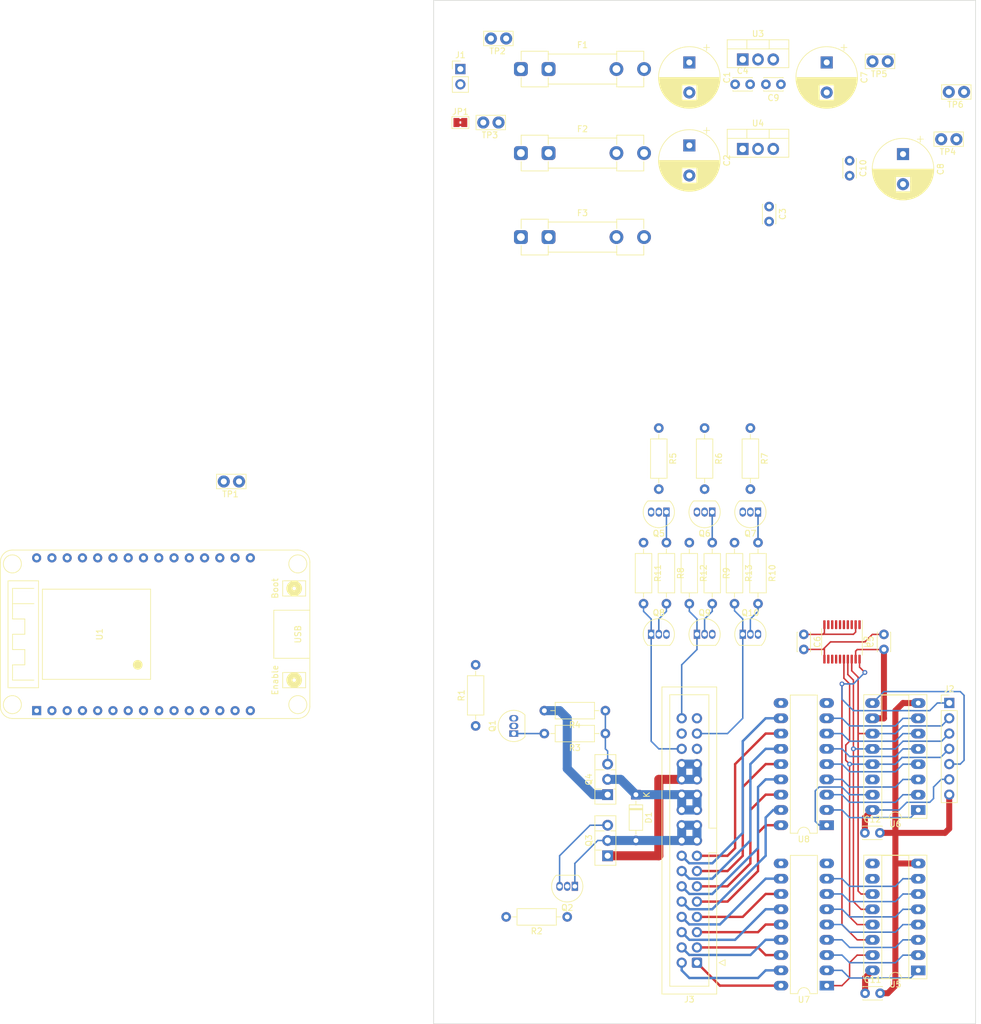
<source format=kicad_pcb>
(kicad_pcb (version 20211014) (generator pcbnew)

  (general
    (thickness 1.6)
  )

  (paper "A4")
  (layers
    (0 "F.Cu" signal)
    (31 "B.Cu" signal)
    (32 "B.Adhes" user "B.Adhesive")
    (33 "F.Adhes" user "F.Adhesive")
    (34 "B.Paste" user)
    (35 "F.Paste" user)
    (36 "B.SilkS" user "B.Silkscreen")
    (37 "F.SilkS" user "F.Silkscreen")
    (38 "B.Mask" user)
    (39 "F.Mask" user)
    (40 "Dwgs.User" user "User.Drawings")
    (41 "Cmts.User" user "User.Comments")
    (42 "Eco1.User" user "User.Eco1")
    (43 "Eco2.User" user "User.Eco2")
    (44 "Edge.Cuts" user)
    (45 "Margin" user)
    (46 "B.CrtYd" user "B.Courtyard")
    (47 "F.CrtYd" user "F.Courtyard")
    (48 "B.Fab" user)
    (49 "F.Fab" user)
    (50 "User.1" user)
    (51 "User.2" user)
    (52 "User.3" user)
    (53 "User.4" user)
    (54 "User.5" user)
    (55 "User.6" user)
    (56 "User.7" user)
    (57 "User.8" user)
    (58 "User.9" user)
  )

  (setup
    (stackup
      (layer "F.SilkS" (type "Top Silk Screen"))
      (layer "F.Paste" (type "Top Solder Paste"))
      (layer "F.Mask" (type "Top Solder Mask") (thickness 0.01))
      (layer "F.Cu" (type "copper") (thickness 0.035))
      (layer "dielectric 1" (type "core") (thickness 1.51) (material "FR4") (epsilon_r 4.5) (loss_tangent 0.02))
      (layer "B.Cu" (type "copper") (thickness 0.035))
      (layer "B.Mask" (type "Bottom Solder Mask") (thickness 0.01))
      (layer "B.Paste" (type "Bottom Solder Paste"))
      (layer "B.SilkS" (type "Bottom Silk Screen"))
      (copper_finish "None")
      (dielectric_constraints no)
    )
    (pad_to_mask_clearance 0)
    (pcbplotparams
      (layerselection 0x00010fc_ffffffff)
      (disableapertmacros false)
      (usegerberextensions false)
      (usegerberattributes true)
      (usegerberadvancedattributes true)
      (creategerberjobfile true)
      (svguseinch false)
      (svgprecision 6)
      (excludeedgelayer true)
      (plotframeref false)
      (viasonmask false)
      (mode 1)
      (useauxorigin false)
      (hpglpennumber 1)
      (hpglpenspeed 20)
      (hpglpendiameter 15.000000)
      (dxfpolygonmode true)
      (dxfimperialunits true)
      (dxfusepcbnewfont true)
      (psnegative false)
      (psa4output false)
      (plotreference true)
      (plotvalue true)
      (plotinvisibletext false)
      (sketchpadsonfab false)
      (subtractmaskfromsilk false)
      (outputformat 1)
      (mirror false)
      (drillshape 1)
      (scaleselection 1)
      (outputdirectory "")
    )
  )

  (net 0 "")
  (net 1 "Net-(C1-Pad1)")
  (net 2 "GNDD")
  (net 3 "Net-(C2-Pad1)")
  (net 4 "VCC")
  (net 5 "+3V3")
  (net 6 "+12V")
  (net 7 "Vdrive")
  (net 8 "Clear")
  (net 9 "Vin")
  (net 10 "Vflipdot")
  (net 11 "sr_data")
  (net 12 "sr_clk")
  (net 13 "sr_latch")
  (net 14 "sr_oe")
  (net 15 "Net-(J2-Pad5)")
  (net 16 "Y0")
  (net 17 "Y1")
  (net 18 "Y2")
  (net 19 "Y3")
  (net 20 "Y4")
  (net 21 "Y5")
  (net 22 "Y6")
  (net 23 "Y7")
  (net 24 "Y8")
  (net 25 "Y9")
  (net 26 "YA")
  (net 27 "YB")
  (net 28 "YC")
  (net 29 "YD")
  (net 30 "YE")
  (net 31 "YF")
  (net 32 "GNDPWR")
  (net 33 "data")
  (net 34 "reset")
  (net 35 "clock")
  (net 36 "Net-(Q1-Pad1)")
  (net 37 "Net-(Q1-Pad2)")
  (net 38 "Net-(Q2-Pad2)")
  (net 39 "Net-(Q2-Pad3)")
  (net 40 "Net-(Q4-Pad3)")
  (net 41 "Net-(Q5-Pad1)")
  (net 42 "Net-(Q5-Pad2)")
  (net 43 "Net-(Q6-Pad1)")
  (net 44 "Net-(Q6-Pad2)")
  (net 45 "Net-(Q7-Pad1)")
  (net 46 "Net-(Q7-Pad2)")
  (net 47 "Net-(Q8-Pad2)")
  (net 48 "Net-(Q9-Pad2)")
  (net 49 "Net-(Q10-Pad2)")
  (net 50 "sig_drive")
  (net 51 "sig_clear")
  (net 52 "sig_data")
  (net 53 "sig_clock")
  (net 54 "sig_reset")
  (net 55 "unconnected-(U1-Pad1)")
  (net 56 "unconnected-(U1-Pad2)")
  (net 57 "unconnected-(U1-Pad3)")
  (net 58 "unconnected-(U1-Pad4)")
  (net 59 "unconnected-(U1-Pad5)")
  (net 60 "Net-(U1-Pad6)")
  (net 61 "Net-(U1-Pad7)")
  (net 62 "Net-(U1-Pad9)")
  (net 63 "Net-(U1-Pad10)")
  (net 64 "Net-(U1-Pad11)")
  (net 65 "Net-(U1-Pad13)")
  (net 66 "Net-(U1-Pad18)")
  (net 67 "unconnected-(U1-Pad19)")
  (net 68 "unconnected-(U1-Pad20)")
  (net 69 "unconnected-(U1-Pad21)")
  (net 70 "unconnected-(U1-Pad22)")
  (net 71 "unconnected-(U1-Pad23)")
  (net 72 "unconnected-(U1-Pad24)")
  (net 73 "unconnected-(U1-Pad25)")
  (net 74 "unconnected-(U1-Pad26)")
  (net 75 "unconnected-(U1-Pad27)")
  (net 76 "unconnected-(U1-Pad28)")
  (net 77 "unconnected-(U1-Pad29)")
  (net 78 "unconnected-(U1-Pad30)")
  (net 79 "unconnected-(U2-Pad9)")
  (net 80 "unconnected-(U2-Pad12)")
  (net 81 "Net-(U5-Pad1)")
  (net 82 "Net-(U5-Pad2)")
  (net 83 "Net-(U5-Pad3)")
  (net 84 "Net-(U5-Pad4)")
  (net 85 "Net-(U5-Pad5)")
  (net 86 "Net-(U5-Pad6)")
  (net 87 "Net-(U5-Pad7)")
  (net 88 "Net-(U5-Pad9)")
  (net 89 "Net-(U5-Pad15)")
  (net 90 "Net-(U6-Pad1)")
  (net 91 "Net-(U6-Pad2)")
  (net 92 "Net-(U6-Pad3)")
  (net 93 "Net-(U6-Pad4)")
  (net 94 "Net-(U6-Pad5)")
  (net 95 "Net-(U6-Pad6)")
  (net 96 "Net-(U6-Pad7)")
  (net 97 "Net-(U6-Pad15)")

  (footprint "Package_DIP:DIP-18_W7.62mm_LongPads" (layer "F.Cu") (at 90.185 189.23 180))

  (footprint "Capacitor_THT:CP_Radial_D10.0mm_P5.00mm" (layer "F.Cu") (at 67.31 49.53 -90))

  (footprint "Package_TO_SOT_THT:TO-92_Inline" (layer "F.Cu") (at 48.26 172.72 180))

  (footprint "Fuse:Fuseholder_Clip-5x20mm_Littelfuse_100_Inline_P20.50x4.60mm_D1.30mm_Horizontal" (layer "F.Cu") (at 39.28 50.8))

  (footprint "Capacitor_THT:C_Disc_D3.0mm_W2.0mm_P2.50mm" (layer "F.Cu") (at 96.52 163.83))

  (footprint "Package_DIP:DIP-18_W7.62mm_LongPads" (layer "F.Cu") (at 90.17 162.56 180))

  (footprint "Capacitor_THT:C_Disc_D3.0mm_W2.0mm_P2.50mm" (layer "F.Cu") (at 86.36 130.83 -90))

  (footprint "Resistor_THT:R_Axial_DIN0207_L6.3mm_D2.5mm_P10.16mm_Horizontal" (layer "F.Cu") (at 62.23 96.52 -90))

  (footprint "Package_TO_SOT_THT:TO-92_Inline" (layer "F.Cu") (at 76.2 130.81))

  (footprint "Resistor_THT:R_Axial_DIN0207_L6.3mm_D2.5mm_P10.16mm_Horizontal" (layer "F.Cu") (at 31.75 146.05 90))

  (footprint "Capacitor_THT:CP_Radial_D10.0mm_P5.00mm" (layer "F.Cu") (at 67.31 35.732323 -90))

  (footprint "Package_TO_SOT_THT:TO-92_Inline" (layer "F.Cu") (at 63.5 110.49 180))

  (footprint "Resistor_THT:R_Axial_DIN0207_L6.3mm_D2.5mm_P10.16mm_Horizontal" (layer "F.Cu") (at 78.74 115.57 -90))

  (footprint "Resistor_THT:R_Axial_DIN0207_L6.3mm_D2.5mm_P10.16mm_Horizontal" (layer "F.Cu") (at 53.34 147.32 180))

  (footprint "Resistor_THT:R_Axial_DIN0207_L6.3mm_D2.5mm_P10.16mm_Horizontal" (layer "F.Cu") (at 67.31 115.57 -90))

  (footprint "Resistor_THT:R_Axial_DIN0207_L6.3mm_D2.5mm_P10.16mm_Horizontal" (layer "F.Cu") (at 69.85 96.52 -90))

  (footprint "Package_TO_SOT_THT:TO-126-3_Vertical" (layer "F.Cu") (at 53.715 167.64 90))

  (footprint "Resistor_THT:R_Axial_DIN0207_L6.3mm_D2.5mm_P10.16mm_Horizontal" (layer "F.Cu") (at 46.99 177.8 180))

  (footprint "Package_TO_SOT_THT:TO-92_Inline" (layer "F.Cu") (at 78.74 110.49 180))

  (footprint "TestPoint:TestPoint_Bridge_Pitch2.54mm_Drill1.0mm" (layer "F.Cu") (at 109.22 48.492677))

  (footprint "Resistor_THT:R_Axial_DIN0207_L6.3mm_D2.5mm_P10.16mm_Horizontal" (layer "F.Cu") (at 77.47 96.52 -90))

  (footprint "Fuse:Fuseholder_Clip-5x20mm_Littelfuse_100_Inline_P20.50x4.60mm_D1.30mm_Horizontal" (layer "F.Cu") (at 39.28 64.77))

  (footprint "Package_SO:TSSOP-20_4.4x6.5mm_P0.65mm" (layer "F.Cu") (at 92.71 132.08 -90))

  (footprint "Package_TO_SOT_THT:TO-92_Inline" (layer "F.Cu") (at 68.58 130.81))

  (footprint "Resistor_THT:R_Axial_DIN0207_L6.3mm_D2.5mm_P10.16mm_Horizontal" (layer "F.Cu") (at 63.5 115.57 -90))

  (footprint "TestPoint:TestPoint_Bridge_Pitch2.54mm_Drill1.0mm" (layer "F.Cu") (at 97.79 35.56))

  (footprint "Package_TO_SOT_THT:TO-220-3_Vertical" (layer "F.Cu") (at 76.2 35.235))

  (footprint "Package_TO_SOT_THT:TO-92_Inline" (layer "F.Cu") (at 71.12 110.49 180))

  (footprint "Resistor_THT:R_Axial_DIN0207_L6.3mm_D2.5mm_P10.16mm_Horizontal" (layer "F.Cu") (at 71.12 115.57 -90))

  (footprint "Package_DIP:DIP-16_W7.62mm_Socket_LongPads" (layer "F.Cu") (at 105.4 186.7 180))

  (footprint "Package_TO_SOT_THT:TO-126-3_Vertical" (layer "F.Cu") (at 53.715 157.48 90))

  (footprint "Diode_THT:D_DO-35_SOD27_P7.62mm_Horizontal" (layer "F.Cu") (at 58.42 157.48 -90))

  (footprint "Resistor_THT:R_Axial_DIN0207_L6.3mm_D2.5mm_P10.16mm_Horizontal" (layer "F.Cu") (at 59.69 115.57 -90))

  (footprint "Connector_IDC:IDC-Header_2x17_P2.54mm_Vertical" (layer "F.Cu") (at 68.58 185.42 180))

  (footprint "Package_TO_SOT_THT:TO-220-3_Vertical" (layer "F.Cu")
    (tedit 5AC8BA0D
... [191997 chars truncated]
</source>
